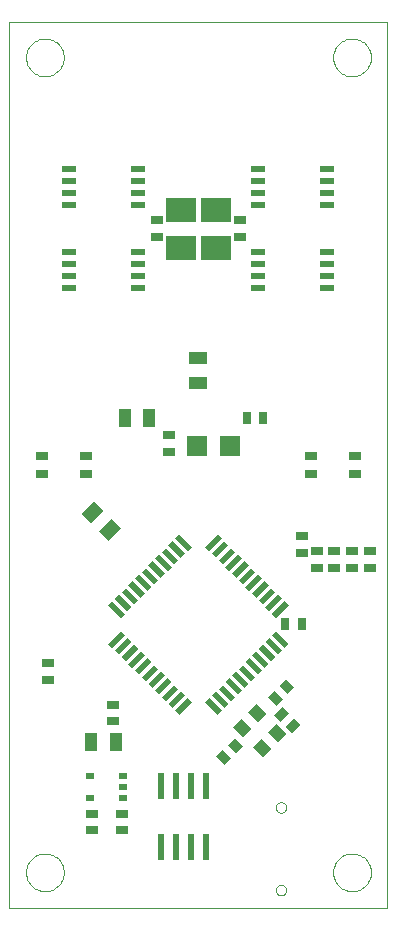
<source format=gbp>
G75*
G70*
%OFA0B0*%
%FSLAX24Y24*%
%IPPOS*%
%LPD*%
%AMOC8*
5,1,8,0,0,1.08239X$1,22.5*
%
%ADD10C,0.0000*%
%ADD11R,0.0472X0.0197*%
%ADD12R,0.0394X0.0315*%
%ADD13R,0.0315X0.0197*%
%ADD14R,0.0591X0.0197*%
%ADD15R,0.0197X0.0591*%
%ADD16R,0.0236X0.0866*%
%ADD17R,0.0315X0.0394*%
%ADD18R,0.0433X0.0591*%
%ADD19R,0.1024X0.0787*%
%ADD20R,0.0591X0.0433*%
%ADD21R,0.0472X0.0394*%
%ADD22R,0.0669X0.0709*%
D10*
X000139Y000927D02*
X000139Y030454D01*
X012738Y030454D01*
X012738Y000927D01*
X000139Y000927D01*
X000690Y002108D02*
X000692Y002158D01*
X000698Y002208D01*
X000708Y002257D01*
X000722Y002305D01*
X000739Y002352D01*
X000760Y002397D01*
X000785Y002441D01*
X000813Y002482D01*
X000845Y002521D01*
X000879Y002558D01*
X000916Y002592D01*
X000956Y002622D01*
X000998Y002649D01*
X001042Y002673D01*
X001088Y002694D01*
X001135Y002710D01*
X001183Y002723D01*
X001233Y002732D01*
X001282Y002737D01*
X001333Y002738D01*
X001383Y002735D01*
X001432Y002728D01*
X001481Y002717D01*
X001529Y002702D01*
X001575Y002684D01*
X001620Y002662D01*
X001663Y002636D01*
X001704Y002607D01*
X001743Y002575D01*
X001779Y002540D01*
X001811Y002502D01*
X001841Y002462D01*
X001868Y002419D01*
X001891Y002375D01*
X001910Y002329D01*
X001926Y002281D01*
X001938Y002232D01*
X001946Y002183D01*
X001950Y002133D01*
X001950Y002083D01*
X001946Y002033D01*
X001938Y001984D01*
X001926Y001935D01*
X001910Y001887D01*
X001891Y001841D01*
X001868Y001797D01*
X001841Y001754D01*
X001811Y001714D01*
X001779Y001676D01*
X001743Y001641D01*
X001704Y001609D01*
X001663Y001580D01*
X001620Y001554D01*
X001575Y001532D01*
X001529Y001514D01*
X001481Y001499D01*
X001432Y001488D01*
X001383Y001481D01*
X001333Y001478D01*
X001282Y001479D01*
X001233Y001484D01*
X001183Y001493D01*
X001135Y001506D01*
X001088Y001522D01*
X001042Y001543D01*
X000998Y001567D01*
X000956Y001594D01*
X000916Y001624D01*
X000879Y001658D01*
X000845Y001695D01*
X000813Y001734D01*
X000785Y001775D01*
X000760Y001819D01*
X000739Y001864D01*
X000722Y001911D01*
X000708Y001959D01*
X000698Y002008D01*
X000692Y002058D01*
X000690Y002108D01*
X009017Y001517D02*
X009019Y001543D01*
X009025Y001569D01*
X009035Y001594D01*
X009048Y001617D01*
X009064Y001637D01*
X009084Y001655D01*
X009106Y001670D01*
X009129Y001682D01*
X009155Y001690D01*
X009181Y001694D01*
X009207Y001694D01*
X009233Y001690D01*
X009259Y001682D01*
X009283Y001670D01*
X009304Y001655D01*
X009324Y001637D01*
X009340Y001617D01*
X009353Y001594D01*
X009363Y001569D01*
X009369Y001543D01*
X009371Y001517D01*
X009369Y001491D01*
X009363Y001465D01*
X009353Y001440D01*
X009340Y001417D01*
X009324Y001397D01*
X009304Y001379D01*
X009282Y001364D01*
X009259Y001352D01*
X009233Y001344D01*
X009207Y001340D01*
X009181Y001340D01*
X009155Y001344D01*
X009129Y001352D01*
X009105Y001364D01*
X009084Y001379D01*
X009064Y001397D01*
X009048Y001417D01*
X009035Y001440D01*
X009025Y001465D01*
X009019Y001491D01*
X009017Y001517D01*
X009017Y004273D02*
X009019Y004299D01*
X009025Y004325D01*
X009035Y004350D01*
X009048Y004373D01*
X009064Y004393D01*
X009084Y004411D01*
X009106Y004426D01*
X009129Y004438D01*
X009155Y004446D01*
X009181Y004450D01*
X009207Y004450D01*
X009233Y004446D01*
X009259Y004438D01*
X009283Y004426D01*
X009304Y004411D01*
X009324Y004393D01*
X009340Y004373D01*
X009353Y004350D01*
X009363Y004325D01*
X009369Y004299D01*
X009371Y004273D01*
X009369Y004247D01*
X009363Y004221D01*
X009353Y004196D01*
X009340Y004173D01*
X009324Y004153D01*
X009304Y004135D01*
X009282Y004120D01*
X009259Y004108D01*
X009233Y004100D01*
X009207Y004096D01*
X009181Y004096D01*
X009155Y004100D01*
X009129Y004108D01*
X009105Y004120D01*
X009084Y004135D01*
X009064Y004153D01*
X009048Y004173D01*
X009035Y004196D01*
X009025Y004221D01*
X009019Y004247D01*
X009017Y004273D01*
X010927Y002108D02*
X010929Y002158D01*
X010935Y002208D01*
X010945Y002257D01*
X010959Y002305D01*
X010976Y002352D01*
X010997Y002397D01*
X011022Y002441D01*
X011050Y002482D01*
X011082Y002521D01*
X011116Y002558D01*
X011153Y002592D01*
X011193Y002622D01*
X011235Y002649D01*
X011279Y002673D01*
X011325Y002694D01*
X011372Y002710D01*
X011420Y002723D01*
X011470Y002732D01*
X011519Y002737D01*
X011570Y002738D01*
X011620Y002735D01*
X011669Y002728D01*
X011718Y002717D01*
X011766Y002702D01*
X011812Y002684D01*
X011857Y002662D01*
X011900Y002636D01*
X011941Y002607D01*
X011980Y002575D01*
X012016Y002540D01*
X012048Y002502D01*
X012078Y002462D01*
X012105Y002419D01*
X012128Y002375D01*
X012147Y002329D01*
X012163Y002281D01*
X012175Y002232D01*
X012183Y002183D01*
X012187Y002133D01*
X012187Y002083D01*
X012183Y002033D01*
X012175Y001984D01*
X012163Y001935D01*
X012147Y001887D01*
X012128Y001841D01*
X012105Y001797D01*
X012078Y001754D01*
X012048Y001714D01*
X012016Y001676D01*
X011980Y001641D01*
X011941Y001609D01*
X011900Y001580D01*
X011857Y001554D01*
X011812Y001532D01*
X011766Y001514D01*
X011718Y001499D01*
X011669Y001488D01*
X011620Y001481D01*
X011570Y001478D01*
X011519Y001479D01*
X011470Y001484D01*
X011420Y001493D01*
X011372Y001506D01*
X011325Y001522D01*
X011279Y001543D01*
X011235Y001567D01*
X011193Y001594D01*
X011153Y001624D01*
X011116Y001658D01*
X011082Y001695D01*
X011050Y001734D01*
X011022Y001775D01*
X010997Y001819D01*
X010976Y001864D01*
X010959Y001911D01*
X010945Y001959D01*
X010935Y002008D01*
X010929Y002058D01*
X010927Y002108D01*
X010927Y029273D02*
X010929Y029323D01*
X010935Y029373D01*
X010945Y029422D01*
X010959Y029470D01*
X010976Y029517D01*
X010997Y029562D01*
X011022Y029606D01*
X011050Y029647D01*
X011082Y029686D01*
X011116Y029723D01*
X011153Y029757D01*
X011193Y029787D01*
X011235Y029814D01*
X011279Y029838D01*
X011325Y029859D01*
X011372Y029875D01*
X011420Y029888D01*
X011470Y029897D01*
X011519Y029902D01*
X011570Y029903D01*
X011620Y029900D01*
X011669Y029893D01*
X011718Y029882D01*
X011766Y029867D01*
X011812Y029849D01*
X011857Y029827D01*
X011900Y029801D01*
X011941Y029772D01*
X011980Y029740D01*
X012016Y029705D01*
X012048Y029667D01*
X012078Y029627D01*
X012105Y029584D01*
X012128Y029540D01*
X012147Y029494D01*
X012163Y029446D01*
X012175Y029397D01*
X012183Y029348D01*
X012187Y029298D01*
X012187Y029248D01*
X012183Y029198D01*
X012175Y029149D01*
X012163Y029100D01*
X012147Y029052D01*
X012128Y029006D01*
X012105Y028962D01*
X012078Y028919D01*
X012048Y028879D01*
X012016Y028841D01*
X011980Y028806D01*
X011941Y028774D01*
X011900Y028745D01*
X011857Y028719D01*
X011812Y028697D01*
X011766Y028679D01*
X011718Y028664D01*
X011669Y028653D01*
X011620Y028646D01*
X011570Y028643D01*
X011519Y028644D01*
X011470Y028649D01*
X011420Y028658D01*
X011372Y028671D01*
X011325Y028687D01*
X011279Y028708D01*
X011235Y028732D01*
X011193Y028759D01*
X011153Y028789D01*
X011116Y028823D01*
X011082Y028860D01*
X011050Y028899D01*
X011022Y028940D01*
X010997Y028984D01*
X010976Y029029D01*
X010959Y029076D01*
X010945Y029124D01*
X010935Y029173D01*
X010929Y029223D01*
X010927Y029273D01*
X000690Y029273D02*
X000692Y029323D01*
X000698Y029373D01*
X000708Y029422D01*
X000722Y029470D01*
X000739Y029517D01*
X000760Y029562D01*
X000785Y029606D01*
X000813Y029647D01*
X000845Y029686D01*
X000879Y029723D01*
X000916Y029757D01*
X000956Y029787D01*
X000998Y029814D01*
X001042Y029838D01*
X001088Y029859D01*
X001135Y029875D01*
X001183Y029888D01*
X001233Y029897D01*
X001282Y029902D01*
X001333Y029903D01*
X001383Y029900D01*
X001432Y029893D01*
X001481Y029882D01*
X001529Y029867D01*
X001575Y029849D01*
X001620Y029827D01*
X001663Y029801D01*
X001704Y029772D01*
X001743Y029740D01*
X001779Y029705D01*
X001811Y029667D01*
X001841Y029627D01*
X001868Y029584D01*
X001891Y029540D01*
X001910Y029494D01*
X001926Y029446D01*
X001938Y029397D01*
X001946Y029348D01*
X001950Y029298D01*
X001950Y029248D01*
X001946Y029198D01*
X001938Y029149D01*
X001926Y029100D01*
X001910Y029052D01*
X001891Y029006D01*
X001868Y028962D01*
X001841Y028919D01*
X001811Y028879D01*
X001779Y028841D01*
X001743Y028806D01*
X001704Y028774D01*
X001663Y028745D01*
X001620Y028719D01*
X001575Y028697D01*
X001529Y028679D01*
X001481Y028664D01*
X001432Y028653D01*
X001383Y028646D01*
X001333Y028643D01*
X001282Y028644D01*
X001233Y028649D01*
X001183Y028658D01*
X001135Y028671D01*
X001088Y028687D01*
X001042Y028708D01*
X000998Y028732D01*
X000956Y028759D01*
X000916Y028789D01*
X000879Y028823D01*
X000845Y028860D01*
X000813Y028899D01*
X000785Y028940D01*
X000760Y028984D01*
X000739Y029029D01*
X000722Y029076D01*
X000708Y029124D01*
X000698Y029173D01*
X000692Y029223D01*
X000690Y029273D01*
D11*
X002139Y025543D03*
X002139Y025143D03*
X002139Y024743D03*
X002139Y024343D03*
X002139Y022787D03*
X002139Y022387D03*
X002139Y021987D03*
X002139Y021587D03*
X004439Y021587D03*
X004439Y021987D03*
X004439Y022387D03*
X004439Y022787D03*
X004439Y024343D03*
X004439Y024743D03*
X004439Y025143D03*
X004439Y025543D03*
X008438Y025543D03*
X008438Y025143D03*
X008438Y024743D03*
X008438Y024343D03*
X008438Y022787D03*
X008438Y022387D03*
X008438Y021987D03*
X008438Y021587D03*
X010738Y021587D03*
X010738Y021987D03*
X010738Y022387D03*
X010738Y022787D03*
X010738Y024343D03*
X010738Y024743D03*
X010738Y025143D03*
X010738Y025543D03*
D12*
X007817Y023840D03*
X007817Y023289D03*
X005061Y023289D03*
X005061Y023840D03*
X005454Y016675D03*
X005454Y016124D03*
X002698Y015986D03*
X002698Y015395D03*
X001222Y015395D03*
X001222Y015986D03*
X001419Y009076D03*
X001419Y008525D03*
X002895Y004057D03*
X002895Y003506D03*
X003880Y003506D03*
X003880Y004057D03*
X003584Y007147D03*
X003584Y007698D03*
X009883Y012757D03*
X009883Y013309D03*
X010376Y012836D03*
X010376Y012246D03*
X010966Y012246D03*
X010966Y012836D03*
X011557Y012836D03*
X011557Y012246D03*
X012147Y012246D03*
X012147Y012836D03*
X011655Y015395D03*
X011655Y015986D03*
X010179Y015986D03*
X010179Y015395D03*
D13*
X003939Y005336D03*
X003939Y004962D03*
X003939Y004588D03*
X002836Y004588D03*
X002836Y005336D03*
D14*
G36*
X003849Y010600D02*
X003433Y011016D01*
X003571Y011154D01*
X003987Y010738D01*
X003849Y010600D01*
G37*
G36*
X004072Y010822D02*
X003656Y011238D01*
X003794Y011376D01*
X004210Y010960D01*
X004072Y010822D01*
G37*
G36*
X004295Y011045D02*
X003879Y011461D01*
X004017Y011599D01*
X004433Y011183D01*
X004295Y011045D01*
G37*
G36*
X004518Y011268D02*
X004102Y011684D01*
X004240Y011822D01*
X004656Y011406D01*
X004518Y011268D01*
G37*
G36*
X004740Y011491D02*
X004324Y011907D01*
X004462Y012045D01*
X004878Y011629D01*
X004740Y011491D01*
G37*
G36*
X004963Y011713D02*
X004547Y012129D01*
X004685Y012267D01*
X005101Y011851D01*
X004963Y011713D01*
G37*
G36*
X005186Y011936D02*
X004770Y012352D01*
X004908Y012490D01*
X005324Y012074D01*
X005186Y011936D01*
G37*
G36*
X005408Y012159D02*
X004992Y012575D01*
X005130Y012713D01*
X005546Y012297D01*
X005408Y012159D01*
G37*
G36*
X005631Y012381D02*
X005215Y012797D01*
X005353Y012935D01*
X005769Y012519D01*
X005631Y012381D01*
G37*
G36*
X005854Y012604D02*
X005438Y013020D01*
X005576Y013158D01*
X005992Y012742D01*
X005854Y012604D01*
G37*
G36*
X006076Y012827D02*
X005660Y013243D01*
X005798Y013381D01*
X006214Y012965D01*
X006076Y012827D01*
G37*
G36*
X007970Y008261D02*
X007554Y008677D01*
X007692Y008815D01*
X008108Y008399D01*
X007970Y008261D01*
G37*
G36*
X008192Y008484D02*
X007776Y008900D01*
X007914Y009038D01*
X008330Y008622D01*
X008192Y008484D01*
G37*
G36*
X008415Y008707D02*
X007999Y009123D01*
X008137Y009261D01*
X008553Y008845D01*
X008415Y008707D01*
G37*
G36*
X008638Y008929D02*
X008222Y009345D01*
X008360Y009483D01*
X008776Y009067D01*
X008638Y008929D01*
G37*
G36*
X008860Y009152D02*
X008444Y009568D01*
X008582Y009706D01*
X008998Y009290D01*
X008860Y009152D01*
G37*
G36*
X009083Y009375D02*
X008667Y009791D01*
X008805Y009929D01*
X009221Y009513D01*
X009083Y009375D01*
G37*
G36*
X009306Y009597D02*
X008890Y010013D01*
X009028Y010151D01*
X009444Y009735D01*
X009306Y009597D01*
G37*
G36*
X007747Y008039D02*
X007331Y008455D01*
X007469Y008593D01*
X007885Y008177D01*
X007747Y008039D01*
G37*
G36*
X007524Y007816D02*
X007108Y008232D01*
X007246Y008370D01*
X007662Y007954D01*
X007524Y007816D01*
G37*
G36*
X007301Y007593D02*
X006885Y008009D01*
X007023Y008147D01*
X007439Y007731D01*
X007301Y007593D01*
G37*
G36*
X007079Y007370D02*
X006663Y007786D01*
X006801Y007924D01*
X007217Y007508D01*
X007079Y007370D01*
G37*
D15*
G36*
X005798Y007370D02*
X005660Y007508D01*
X006076Y007924D01*
X006214Y007786D01*
X005798Y007370D01*
G37*
G36*
X005576Y007593D02*
X005438Y007731D01*
X005854Y008147D01*
X005992Y008009D01*
X005576Y007593D01*
G37*
G36*
X005353Y007816D02*
X005215Y007954D01*
X005631Y008370D01*
X005769Y008232D01*
X005353Y007816D01*
G37*
G36*
X005130Y008039D02*
X004992Y008177D01*
X005408Y008593D01*
X005546Y008455D01*
X005130Y008039D01*
G37*
G36*
X004908Y008261D02*
X004770Y008399D01*
X005186Y008815D01*
X005324Y008677D01*
X004908Y008261D01*
G37*
G36*
X004685Y008484D02*
X004547Y008622D01*
X004963Y009038D01*
X005101Y008900D01*
X004685Y008484D01*
G37*
G36*
X004462Y008707D02*
X004324Y008845D01*
X004740Y009261D01*
X004878Y009123D01*
X004462Y008707D01*
G37*
G36*
X004240Y008929D02*
X004102Y009067D01*
X004518Y009483D01*
X004656Y009345D01*
X004240Y008929D01*
G37*
G36*
X004017Y009152D02*
X003879Y009290D01*
X004295Y009706D01*
X004433Y009568D01*
X004017Y009152D01*
G37*
G36*
X003794Y009375D02*
X003656Y009513D01*
X004072Y009929D01*
X004210Y009791D01*
X003794Y009375D01*
G37*
G36*
X003571Y009597D02*
X003433Y009735D01*
X003849Y010151D01*
X003987Y010013D01*
X003571Y009597D01*
G37*
G36*
X006801Y012827D02*
X006663Y012965D01*
X007079Y013381D01*
X007217Y013243D01*
X006801Y012827D01*
G37*
G36*
X007023Y012604D02*
X006885Y012742D01*
X007301Y013158D01*
X007439Y013020D01*
X007023Y012604D01*
G37*
G36*
X007246Y012381D02*
X007108Y012519D01*
X007524Y012935D01*
X007662Y012797D01*
X007246Y012381D01*
G37*
G36*
X007469Y012159D02*
X007331Y012297D01*
X007747Y012713D01*
X007885Y012575D01*
X007469Y012159D01*
G37*
G36*
X007692Y011936D02*
X007554Y012074D01*
X007970Y012490D01*
X008108Y012352D01*
X007692Y011936D01*
G37*
G36*
X007914Y011713D02*
X007776Y011851D01*
X008192Y012267D01*
X008330Y012129D01*
X007914Y011713D01*
G37*
G36*
X008137Y011491D02*
X007999Y011629D01*
X008415Y012045D01*
X008553Y011907D01*
X008137Y011491D01*
G37*
G36*
X008360Y011268D02*
X008222Y011406D01*
X008638Y011822D01*
X008776Y011684D01*
X008360Y011268D01*
G37*
G36*
X008582Y011045D02*
X008444Y011183D01*
X008860Y011599D01*
X008998Y011461D01*
X008582Y011045D01*
G37*
G36*
X008805Y010822D02*
X008667Y010960D01*
X009083Y011376D01*
X009221Y011238D01*
X008805Y010822D01*
G37*
G36*
X009028Y010600D02*
X008890Y010738D01*
X009306Y011154D01*
X009444Y011016D01*
X009028Y010600D01*
G37*
D16*
X006696Y005002D03*
X006196Y005002D03*
X005696Y005002D03*
X005196Y005002D03*
X005196Y002954D03*
X005696Y002954D03*
X006196Y002954D03*
X006696Y002954D03*
D17*
G36*
X007037Y005976D02*
X007259Y006198D01*
X007537Y005920D01*
X007315Y005698D01*
X007037Y005976D01*
G37*
G36*
X007427Y006366D02*
X007649Y006588D01*
X007927Y006310D01*
X007705Y006088D01*
X007427Y006366D01*
G37*
G36*
X009250Y007889D02*
X009028Y007667D01*
X008750Y007945D01*
X008972Y008167D01*
X009250Y007889D01*
G37*
G36*
X009168Y007131D02*
X008946Y007353D01*
X009224Y007631D01*
X009446Y007409D01*
X009168Y007131D01*
G37*
G36*
X009558Y006742D02*
X009336Y006964D01*
X009614Y007242D01*
X009836Y007020D01*
X009558Y006742D01*
G37*
G36*
X009639Y008279D02*
X009417Y008057D01*
X009139Y008335D01*
X009361Y008557D01*
X009639Y008279D01*
G37*
X009883Y010376D03*
X009332Y010376D03*
X008604Y017265D03*
X008053Y017265D03*
D18*
X004805Y017265D03*
X003978Y017265D03*
G36*
X002953Y014474D02*
X003259Y014168D01*
X002843Y013752D01*
X002537Y014058D01*
X002953Y014474D01*
G37*
G36*
X003538Y013889D02*
X003844Y013583D01*
X003428Y013167D01*
X003122Y013473D01*
X003538Y013889D01*
G37*
X003683Y006439D03*
X002856Y006439D03*
D19*
X005848Y022935D03*
X005848Y024194D03*
X007029Y024194D03*
X007029Y022935D03*
D20*
X006439Y019254D03*
X006439Y018427D03*
D21*
G36*
X008429Y007111D02*
X008096Y007444D01*
X008375Y007723D01*
X008708Y007390D01*
X008429Y007111D01*
G37*
G36*
X008596Y005942D02*
X008263Y006275D01*
X008542Y006554D01*
X008875Y006221D01*
X008596Y005942D01*
G37*
G36*
X009097Y006443D02*
X008764Y006776D01*
X009043Y007055D01*
X009376Y006722D01*
X009097Y006443D01*
G37*
G36*
X007928Y006610D02*
X007595Y006943D01*
X007874Y007222D01*
X008207Y006889D01*
X007928Y006610D01*
G37*
D22*
X007502Y016320D03*
X006399Y016320D03*
M02*

</source>
